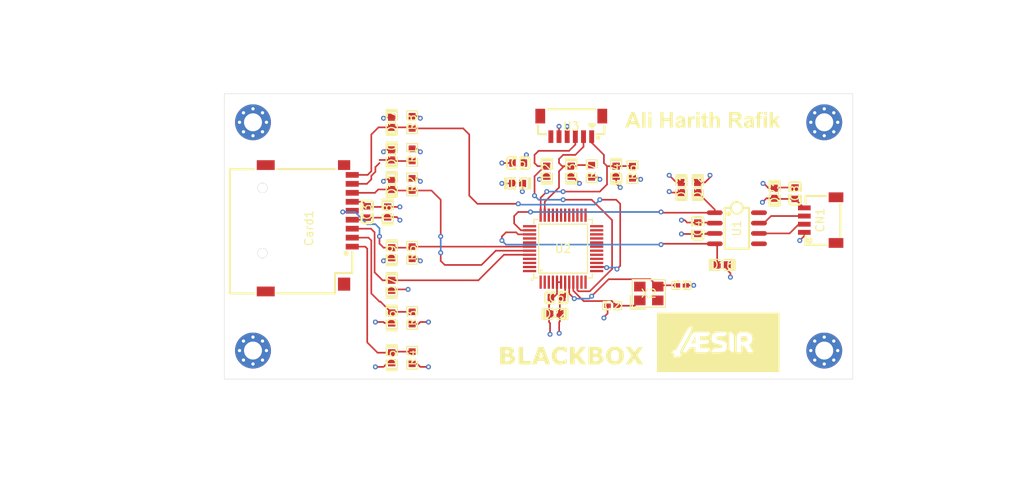
<source format=kicad_pcb>
(kicad_pcb (version 20241229) (generator "pcbnew") (generator_version "9.0")
  (layers (0 "F.Cu" signal) (4 "In1.Cu" signal) (6 "In2.Cu" signal) (2 "B.Cu" signal) (13 "F.Paste" user) (15 "B.Paste" user) (5 "F.SilkS" user "F.Silkscreen") (7 "B.SilkS" user "B.Silkscreen") (1 "F.Mask" user) (3 "B.Mask" user) (25 "Edge.Cuts" user))
  (net 0 "")
  (net 1 "Net-(U2-PF0-OSC_IN)")
  (net 2 "GND")
  (net 3 "Net-(U2-PF1-OSC_OUT)")
  (net 4 "VDD")
  (net 5 "Dat2")
  (net 7 "Dat1")
  (net 8 "CLK")
  (net 9 "CMD")
  (net 13 "Dat3")
  (net 14 "Dat0")
  (net 16 "Net-(U1-CANL)")
  (net 17 "Net-(U1-CANH)")
  (net 19 "NRST")
  (net 20 "SWDIO")
  (net 21 "SWCLK")
  (net 22 "TX")
  (net 23 "RX")
  (net 57 "CD")
  (footprint "EasyEDA:D0603-BI" (layer "F.Cu") (at 123 109.5 90)
    (property "Reference" "D7")
    (property "Value" "0603ESDA-05N" (hide yes))
  )
  (footprint "EasyEDA:D0603-BI" (layer "F.Cu") (at 123 89.5 90)
    (property "Reference" "D17")
    (property "Value" "0603ESDA-05N" (hide yes))
  )
  (footprint "LOGO" (layer "F.Cu") (at 145 118)
    (property "Reference" "G***" (hide yes))
    (property "Value" "LOGO" (hide yes))
  )
  (footprint "EasyEDA:D0603-BI" (layer "F.Cu") (at 122.5 100.5 -90)
    (property "Reference" "D8")
    (property "Value" "0603ESDA-05N" (hide yes))
  )
  (footprint "EasyEDA:TF-SMD_TF-PUSH" (layer "F.Cu") (at 112.8625 102.5 -90)
    (property "Reference" "Card1")
    (property "Value" "TF PUSH")
  )
  (footprint "EasyEDA:D0603-BI" (layer "F.Cu") (at 123 97.12 90)
    (property "Reference" "D11")
    (property "Value" "0603ESDA-05N" (hide yes))
  )
  (footprint "LOGO" (layer "F.Cu") (at 163 116.5)
    (property "Reference" "G***" (hide yes))
    (property "Value" "LOGO" (hide yes))
  )
  (footprint "EasyEDA:D0603-BI" (layer "F.Cu") (at 138.42 97)
    (property "Reference" "D1")
    (property "Value" "0603ESDA-05N" (hide yes))
  )
  (footprint "EasyEDA:D0603-BI" (layer "F.Cu") (at 123 93.5 90)
    (property "Reference" "D10")
    (property "Value" "0603ESDA-05N" (hide yes))
  )
  (footprint "MountingHole:MountingHole_2.2mm_M2_Pad_Via" (layer "F.Cu") (at 176 117.5)
    (property "Reference" "REF**" (hide yes))
    (property "Value" "MountingHole_2.2mm_M2_Pad_Via" (hide yes))
  )
  (footprint "EasyEDA:R0603" (layer "F.Cu") (at 152.5 95.62 90)
    (property "Reference" "R6")
    (property "Value" "10kΩ" (hide yes))
  )
  (footprint "MountingHole:MountingHole_2.2mm_M2_Pad_Via" (layer "F.Cu") (at 176 89.5)
    (property "Reference" "REF**" (hide yes))
    (property "Value" "MountingHole_2.2mm_M2_Pad_Via" (hide yes))
  )
  (footprint "EasyEDA:SOIC-8_L5.0-W4.0-P1.27-LS6.0-BL" (layer "F.Cu") (at 165.29 102.5 -90)
    (property "Reference" "U1")
    (property "Value" "SN65HVD232DR" (hide yes))
  )
  (footprint "EasyEDA:R0603" (layer "F.Cu") (at 147.5 95.5 90)
    (property "Reference" "R7")
    (property "Value" "10kΩ" (hide yes))
  )
  (footprint "EasyEDA:D0603-BI" (layer "F.Cu") (at 143 113 180)
    (property "Reference" "D22")
    (property "Value" "0603ESDA-05N" (hide yes))
  )
  (footprint "EasyEDA:D0603-BI" (layer "F.Cu") (at 123 118.38 90)
    (property "Reference" "D5")
    (property "Value" "0603ESDA-05N" (hide yes))
  )
  (footprint "EasyEDA:D0603-BI" (layer "F.Cu") (at 163.5 107)
    (property "Reference" "D16")
    (property "Value" "0603ESDA-05N" (hide yes))
  )
  (footprint "EasyEDA:D0603-BI" (layer "F.Cu") (at 142 95.5 90)
    (property "Reference" "D2")
    (property "Value" "0603ESDA-05N" (hide yes))
  )
  (footprint "EasyEDA:R0603" (layer "F.Cu") (at 125.5 93.5 -90)
    (property "Reference" "R1")
    (property "Value" "10kΩ" (hide yes))
  )
  (footprint "EasyEDA:R0603" (layer "F.Cu") (at 125.5 113.5 90)
    (property "Reference" "R3")
    (property "Value" "10kΩ" (hide yes))
  )
  (footprint "EasyEDA:D0603-BI" (layer "F.Cu") (at 123 105.5 90)
    (property "Reference" "D9")
    (property "Value" "0603ESDA-05N" (hide yes))
  )
  (footprint "EasyEDA:CONN-SMD_4P-P1.00_SM04B-SRSS-TB-LF-SN" (layer "F.Cu") (at 175.5 101.5 90)
    (property "Reference" "CN1")
    (property "Value" "SM04B-SRSS-TB (LF)(SN)" (hide yes))
  )
  (footprint "EasyEDA:C0603" (layer "F.Cu") (at 160.5 102.5 90)
    (property "Reference" "C4")
    (property "Value" "100nF" (hide yes))
  )
  (footprint "EasyEDA:D0603-BI" (layer "F.Cu") (at 150.5 95.5 90)
    (property "Reference" "D4")
    (property "Value" "0603ESDA-05N" (hide yes))
  )
  (footprint "EasyEDA:R0603" (layer "F.Cu") (at 125.5 97.12 -90)
    (property "Reference" "R2")
    (property "Value" "10kΩ" (hide yes))
  )
  (footprint "EasyEDA:D0603-BI" (layer "F.Cu") (at 123 113.5 90)
    (property "Reference" "D6")
    (property "Value" "0603ESDA-05N" (hide yes))
  )
  (footprint "EasyEDA:D0603-BI" (layer "F.Cu") (at 158.5 97.5 90)
    (property "Reference" "D13")
    (property "Value" "0603ESDA-05N" (hide yes))
  )
  (footprint "EasyEDA:C0603" (layer "F.Cu") (at 172.42 98.2 -90)
    (property "Reference" "C8")
    (property "Value" "100nF" (hide yes))
  )
  (footprint "EasyEDA:CONN-SMD-6P-P1.00_BM06B-SRSS-TB-LF-SN" (layer "F.Cu") (at 145 90 180)
    (property "Reference" "U3")
    (property "Value" "BM06B-SRSS-TB(LF)(SN)" (hide yes))
  )
  (footprint "EasyEDA:D0603-BI" (layer "F.Cu") (at 145 95.5 90)
    (property "Reference" "D3")
    (property "Value" "0603ESDA-05N" (hide yes))
  )
  (footprint "EasyEDA:C0603" (layer "F.Cu") (at 120 100.5 90)
    (property "Reference" "C3")
    (property "Value" "100nF" (hide yes))
  )
  (footprint "MountingHole:MountingHole_2.2mm_M2_Pad_Via" (layer "F.Cu") (at 106 117.5)
    (property "Reference" "REF**" (hide yes))
    (property "Value" "MountingHole_2.2mm_M2_Pad_Via" (hide yes))
  )
  (footprint "MountingHole:MountingHole_2.2mm_M2_Pad_Via" (layer "F.Cu") (at 106 89.5)
    (property "Reference" "REF**" (hide yes))
    (property "Value" "MountingHole_2.2mm_M2_Pad_Via" (hide yes))
  )
  (footprint "EasyEDA:CRYSTAL-SMD_4P-L3.2-W2.5-BL" (layer "F.Cu") (at 154.5 110.5)
    (property "Reference" "X2")
    (property "Value" "DSX321G-48M" (hide yes))
  )
  (footprint "EasyEDA:R0603" (layer "F.Cu") (at 125.5 105.5 90)
    (property "Reference" "R5")
    (property "Value" "10kΩ" (hide yes))
  )
  (footprint "LOGO" (layer "F.Cu") (at 161.5 89)
    (property "Reference" "G***" (hide yes))
    (property "Value" "LOGO" (hide yes))
  )
  (footprint "EasyEDA:R0603" (layer "F.Cu") (at 125.5 118.38 90)
    (property "Reference" "R4")
    (property "Value" "10kΩ" (hide yes))
  )
  (footprint "EasyEDA:C0603" (layer "F.Cu") (at 143.2 111)
    (property "Reference" "C6")
    (property "Value" "100nF" (hide yes))
  )
  (footprint "EasyEDA:R0603" (layer "F.Cu") (at 125.5 89.5 -90)
    (property "Reference" "R8")
    (property "Value" "10kΩ" (hide yes))
  )
  (footprint "EasyEDA:D0603-BI" (layer "F.Cu") (at 160.5 97.5 90)
    (property "Reference" "D12")
    (property "Value" "0603ESDA-05N" (hide yes))
  )
  (footprint "EasyEDA:C0402" (layer "F.Cu") (at 150 112)
    (property "Reference" "C2")
    (property "Value" "12pF" (hide yes))
  )
  (footprint "EasyEDA:C0603" (layer "F.Cu") (at 138.5 94.5)
    (property "Reference" "C5")
    (property "Value" "100nF" (hide yes))
  )
  (footprint "EasyEDA:D0603-BI" (layer "F.Cu") (at 169.92 98.2 -90)
    (property "Reference" "D23")
    (property "Value" "0603ESDA-05N" (hide yes))
  )
  (footprint "EasyEDA:LQFP-48_L7.0-W7.0-P0.50-LS9.0-BL_1" (layer "F.Cu") (at 144 105)
    (property "Reference" "U2")
    (property "Value" "STM32G0B1CCT6" (hide yes))
  )
  (footprint "EasyEDA:C0402" (layer "F.Cu") (at 158.5 109.5 180)
    (property "Reference" "C1")
    (property "Value" "12pF" (hide yes))
  )
  (gr_line (start 179.5 121) (end 179.5 86.5) (stroke (width 0.05)) (layer "Edge.Cuts"))
  (gr_line (start 102.5 121) (end 179.5 121) (stroke (width 0.05)) (layer "Edge.Cuts"))
  (gr_line (start 102.5 86) (end 179.5 86) (stroke (width 0.05)) (layer "Edge.Cuts"))
  (gr_line (start 179.5 86.5) (end 179.5 86) (stroke (width 0.05)) (layer "Edge.Cuts"))
  (gr_line (start 102.5 86.5) (end 102.5 121) (stroke (width 0.05)) (layer "Edge.Cuts"))
  (gr_line (start 102.5 86) (end 102.5 86.5) (stroke (width 0.05)) (layer "Edge.Cuts"))
  (segment (start 144.75 110.51053) (end 145.369735 111.130265) (width 0.2) (layer "F.Cu") (net 1))
  (segment (start 147.5 110.829) (end 149.58 108.749) (width 0.2) (layer "F.Cu") (net 1))
  (segment (start 157.95 109.5) (end 155.75 109.5) (width 0.2) (layer "F.Cu") (net 1))
  (segment (start 155.75 109.5) (end 155.6 109.65) (width 0.2) (layer "F.Cu") (net 1))
  (segment (start 154.699 108.749) (end 155.6 109.65) (width 0.2) (layer "F.Cu") (net 1))
  (segment (start 144.75 109.11) (end 144.75 110.51053) (width 0.2) (layer "F.Cu") (net 1))
  (segment (start 149.58 108.749) (end 154.699 108.749) (width 0.2) (layer "F.Cu") (net 1))
  (via (at 145.369735 111.130265) (size 0.6) (drill 0.3) (layers "F.Cu" "B.Cu") (net 1))
  (via (at 147.5 110.829) (size 0.6) (drill 0.3) (layers "F.Cu" "B.Cu") (net 1))
  (segment (start 145.369735 111.130265) (end 147.198735 111.130265) (width 0.2) (layer "B.Cu") (net 1))
  (segment (start 147.198735 111.130265) (end 147.5 110.829) (width 0.2) (layer "B.Cu") (net 1))
  (segment (start 122.38 106.12) (end 123 106.12) (width 0.2) (layer "F.Cu") (net 2))
  (segment (start 164.5 108) (end 164.12 107.62) (width 0.2) (layer "F.Cu") (net 2))
  (segment (start 118.1625 99.25) (end 119.45 99.25) (width 0.2) (layer "F.Cu") (net 2))
  (segment (start 142 96.12) (end 141.48 96.12) (width 0.2) (layer "F.Cu") (net 2))
  (segment (start 123.12 110) (end 123 110.12) (width 0.2) (layer "F.Cu") (net 2))
  (segment (start 164.12 107.62) (end 164.12 107) (width 0.2) (layer "F.Cu") (net 2))
  (segment (start 168.5 97) (end 168.6 97) (width 0.2) (layer "F.Cu") (net 2))
  (segment (start 121 114) (end 122 114) (width 0.2) (layer "F.Cu") (net 2))
  (segment (start 162 96.26) (end 161.38 96.88) (width 0.2) (layer "F.Cu") (net 2))
  (segment (start 158.9 101.5) (end 159.2 101.8) (width 0.2) (layer "F.Cu") (net 2))
  (segment (start 137.8 94.5) (end 136.5 94.5) (width 0.2) (layer "F.Cu") (net 2))
  (segment (start 123 96.5) (end 122.24 96.5) (width 0.2) (layer "F.Cu") (net 2))
  (segment (start 149 113.4) (end 149.45 112.95) (width 0.2) (layer "F.Cu") (net 2))
  (segment (start 161.38 96.88) (end 160.5 96.88) (width 0.2) (layer "F.Cu") (net 2))
  (segment (start 120.38 99.88) (end 122.5 99.88) (width 0.2) (layer "F.Cu") (net 2))
  (segment (start 120.3 99.8) (end 120.38 99.88) (width 0.2) (layer "F.Cu") (net 2))
  (segment (start 149 113.5) (end 149 113.4) (width 0.2) (layer "F.Cu") (net 2))
  (segment (start 122 114) (end 122.12 114.12) (width 0.2) (layer "F.Cu") (net 2))
  (segment (start 145.12 96.12) (end 146 97) (width 0.2) (layer "F.Cu") (net 2))
  (segment (start 164.5 108.5) (end 164.5 108) (width 0.2) (layer "F.Cu") (net 2))
  (segment (start 168.6 97) (end 169.18 97.58) (width 0.2) (layer "F.Cu") (net 2))
  (segment (start 173.56 103) (end 173.56 103.44) (width 0.2) (layer "F.Cu") (net 2))
  (segment (start 122.12 114.12) (end 123 114.12) (width 0.2) (layer "F.Cu") (net 2))
  (segment (start 143.6 113.92) (end 143.52 114) (width 0.2) (layer "F.Cu") (net 2))
  (segment (start 173.56 103.44) (end 173 104) (width 0.2) (layer "F.Cu") (net 2))
  (segment (start 162 96) (end 162 96.26) (width 0.2) (layer "F.Cu") (net 2))
  (segment (start 144.25 110.65) (end 143.9 111) (width 0.2) (layer "F.Cu") (net 2))
  (segment (start 122.12 88.88) (end 122 89) (width 0.2) (layer "F.Cu") (net 2))
  (segment (start 143.52 115.38) (end 143.52 114) (width 0.2) (layer "F.Cu") (net 2))
  (segment (start 159.05 109.5) (end 160 109.5) (width 0.2) (layer "F.Cu") (net 2))
  (segment (start 137.8 97) (end 136.5 97) (width 0.2) (layer "F.Cu") (net 2))
  (segment (start 150.5 97) (end 151 97.5) (width 0.2) (layer "F.Cu") (net 2))
  (segment (start 144.5 91.26) (end 144.5 90) (width 0.2) (layer "F.Cu") (net 2))
  (segment (start 170 97.5) (end 169.92 97.58) (width 0.2) (layer "F.Cu") (net 2))
  (segment (start 157 96) (end 157.88 96.88) (width 0.2) (layer "F.Cu") (net 2))
  (segment (start 144.25 109.11) (end 144.25 110.5) (width 0.2) (layer "F.Cu") (net 2))
  (segment (start 141.48 96.12) (end 141.1 96.5) (width 0.2) (layer "F.Cu") (net 2))
  (segment (start 124 99.88) (end 122.5 99.88) (width 0.2) (layer "F.Cu") (net 2))
  (segment (start 122 106.5) (end 122.38 106.12) (width 0.2) (layer "F.Cu") (net 2))
  (segment (start 144.25 110.5) (end 144.25 110.95) (width 0.2) (layer "F.Cu") (net 2))
  (segment (start 122 119.5) (end 122.5 119) (width 0.2) (layer "F.Cu") (net 2))
  (segment (start 119.45 99.25) (end 120 99.8) (width 0.2) (layer "F.Cu") (net 2))
  (segment (start 160.5 101.8) (end 162.51 101.8) (width 0.2) (layer "F.Cu") (net 2))
  (segment (start 150.5 96.12) (end 150.5 97) (width 0.2) (layer "F.Cu") (net 2))
  (segment (start 143.6 111) (end 143.6 113.92) (width 0.2) (layer "F.Cu") (net 2))
  (segment (start 122.24 96.5) (end 122 96.74) (width 0.2) (layer "F.Cu") (net 2))
  (segment (start 120 99.8) (end 120.3 99.8) (width 0.2) (layer "F.Cu") (net 2))
  (segment (start 122.5 119) (end 123 119) (width 0.2) (layer "F.Cu") (net 2))
  (segment (start 144.25 110.5) (end 144.25 110.65) (width 0.2) (layer "F.Cu") (net 2))
  (segment (start 162.51 101.8) (end 162.58 101.87) (width 0.2) (layer "F.Cu") (net 2))
  (segment (start 121 119.5) (end 122 119.5) (width 0.2) (layer "F.Cu") (net 2))
  (segment (start 157.88 96.88) (end 158.5 96.88) (width 0.2) (layer "F.Cu") (net 2))
  (segment (start 158.5 101.5) (end 158.9 101.5) (width 0.2) (layer "F.Cu") (net 2))
  (segment (start 144.25 110.95) (end 144.2 111) (width 0.2) (layer "F.Cu") (net 2))
  (segment (start 122.24 92.88) (end 122 93.12) (width 0.2) (layer "F.Cu") (net 2))
  (segment (start 169.18 97.58) (end 169.92 97.58) (width 0.2) (layer "F.Cu") (net 2))
  (segment (start 159.2 101.8) (end 160 101.8) (width 0.2) (layer "F.Cu") (net 2))
  (segment (start 149.45 112.95) (end 149.45 112) (width 0.2) (layer "F.Cu") (net 2))
  (segment (start 172.42 97.5) (end 170 97.5) (width 0.2) (layer "F.Cu") (net 2))
  (segment (start 145 96.12) (end 145.12 96.12) (width 0.2) (layer "F.Cu") (net 2))
  (segment (start 125 110) (end 123.12 110) (width 0.2) (layer "F.Cu") (net 2))
  (segment (start 123 92.88) (end 122.24 92.88) (width 0.2) (layer "F.Cu") (net 2))
  (segment (start 123 88.88) (end 122.12 88.88) (width 0.2) (layer "F.Cu") (net 2))
  (via (at 122 89) (size 0.6) (drill 0.3) (layers "F.Cu" "B.Cu") (net 2))
  (via (at 143.52 115.38) (size 0.6) (drill 0.3) (layers "F.Cu" "B.Cu") (net 2))
  (via (at 136.5 94.5) (size 0.6) (drill 0.3) (layers "F.Cu" "B.Cu") (net 2))
  (via (at 160 109.5) (size 0.6) (drill 0.3) (layers "F.Cu" "B.Cu") (net 2))
  (via (at 122 93.12) (size 0.6) (drill 0.3) (layers "F.Cu" "B.Cu") (net 2))
  (via (at 121 114) (size 0.6) (drill 0.3) (layers "F.Cu" "B.Cu") (net 2))
  (via (at 173 104) (size 0.6) (drill 0.3) (layers "F.Cu" "B.Cu") (net 2))
  (via (at 124 99.88) (size 0.6) (drill 0.3) (layers "F.Cu" "B.Cu") (net 2))
  (via (at 157 96) (size 0.6) (drill 0.3) (layers "F.Cu" "B.Cu") (net 2))
  (via (at 141.1 96.5) (size 0.6) (drill 0.3) (layers "F.Cu" "B.Cu") (net 2))
  (via (at 122 106.5) (size 0.6) (drill 0.3) (layers "F.Cu" "B.Cu") (net 2))
  (via (at 158.5 101.5) (size 0.6) (drill 0.3) (layers "F.Cu" "B.Cu") (net 2))
  (via (at 121 119.5) (size 0.6) (drill 0.3) (layers "F.Cu" "B.Cu") (net 2))
  (via (at 146 97) (size 0.6) (drill 0.3) (layers "F.Cu" "B.Cu") (net 2))
  (via (at 151 97.5) (size 0.6) (drill 0.3) (layers "F.Cu" "B.Cu") (net 2))
  (via (at 149 113.5) (size 0.6) (drill 0.3) (layers "F.Cu" "B.Cu") (net 2))
  (via (at 164.5 108.5) (size 0.6) (drill 0.3) (layers "F.Cu" "B.Cu") (net 2))
  (via (at 162 96) (size 0.6) (drill 0.3) (layers "F.Cu" "B.Cu") (net 2))
  (via (at 125 110) (size 0.6) (drill 0.3) (layers "F.Cu" "B.Cu") (net 2))
  (via (at 168.5 97) (size 0.6) (drill 0.3) (layers "F.Cu" "B.Cu") (net 2))
  (via (at 144.5 90) (size 0.6) (drill 0.3) (layers "F.Cu" "B.Cu") (net 2))
  (via (at 122 96.74) (size 0.6) (drill 0.3) (layers "F.Cu" "B.Cu") (net 2))
  (via (at 136.5 97) (size 0.6) (drill 0.3) (layers "F.Cu" "B.Cu") (net 2))
  (segment (start 152.75 112) (end 153.4 111.35) (width 0.2) (layer "F.Cu") (net 3))
  (segment (start 146.517 111.429) (end 149.979 111.429) (width 0.2) (layer "F.Cu") (net 3))
  (segment (start 149.979 111.429) (end 150.55 112) (width 0.2) (layer "F.Cu") (net 3))
  (segment (start 145.25 109.11) (end 145.25 110.162) (width 0.2) (layer "F.Cu") (net 3))
  (segment (start 145.25 110.162) (end 146.517 111.429) (width 0.2) (layer "F.Cu") (net 3))
  (segment (start 150.55 112) (end 152.75 112) (width 0.2) (layer "F.Cu") (net 3))
  (segment (start 125.5 92.75) (end 126.13 92.75) (width 0.2) (layer "F.Cu") (net 4))
  (segment (start 126.5 114) (end 126.25 114.25) (width 0.2) (layer "F.Cu") (net 4))
  (segment (start 125.5 96.37) (end 126.13 96.37) (width 0.2) (layer "F.Cu") (net 4))
  (segment (start 142.5 111.66) (end 142.28 111.88) (width 0.2) (layer "F.Cu") (net 4))
  (segment (start 173.56 100) (end 173.52 100) (width 0.2) (layer "F.Cu") (net 4))
  (segment (start 161.5 103.13) (end 162.58 103.13) (width 0.2) (layer "F.Cu") (net 4))
  (segment (start 120 101.2) (end 122.42 101.2) (width 0.2) (layer "F.Cu") (net 4))
  (segment (start 139.2 93.8) (end 139.5 93.5) (width 0.2) (layer "F.Cu") (net 4))
  (segment (start 126.25 106.25) (end 126.5 106.5) (width 0.2) (layer "F.Cu") (net 4))
  (segment (start 139.2 94.5) (end 139.2 93.8) (width 0.2) (layer "F.Cu") (net 4))
  (segment (start 173.52 100) (end 172.42 98.9) (width 0.2) (layer "F.Cu") (net 4))
  (segment (start 126.25 114.25) (end 125.5 114.25) (width 0.2) (layer "F.Cu") (net 4))
  (segment (start 158.5 98.12) (end 157.12 98.12) (width 0.2) (layer "F.Cu") (net 4))
  (segment (start 162.51 103.2) (end 162.58 103.13) (width 0.2) (layer "F.Cu") (net 4))
  (segment (start 127.5 114) (end 126.5 114) (width 0.2) (layer "F.Cu") (net 4))
  (segment (start 152.5 96.37) (end 153.37 96.37) (width 0.2) (layer "F.Cu") (net 4))
  (segment (start 143.75 109.11) (end 143.25 109.11) (width 0.2) (layer "F.Cu") (net 4))
  (segment (start 139.04 97) (end 139.04 97.96) (width 0.2) (layer "F.Cu") (net 4))
  (segment (start 170 98.9) (end 169.92 98.82) (width 0.2) (layer "F.Cu") (net 4))
  (segment (start 126.5 119.5) (end 126.13 119.13) (width 0.2) (layer "F.Cu") (net 4))
  (segment (start 126.13 96.37) (end 126.5 96.74) (width 0.2) (layer "F.Cu") (net 4))
  (segment (start 127.5 119.5) (end 126.5 119.5) (width 0.2) (layer "F.Cu") (net 4))
  (segment (start 120 101.2) (end 120 101.5) (width 0.2) (layer "F.Cu") (net 4))
  (segment (start 168.92 98.82) (end 168.42 99.32) (width 0.2) (layer "F.Cu") (net 4))
  (segment (start 126.13 92.75) (end 126.5 93.12) (width 0.2) (layer "F.Cu") (net 4))
  (segment (start 139.04 97.96) (end 139 98) (width 0.2) (layer "F.Cu") (net 4))
  (segment (start 126.13 119.13) (end 125.5 119.13) (width 0.2) (layer "F.Cu") (net 4))
  (segment (start 142.5 111) (end 142.8 111) (width 0.2) (layer "F.Cu") (net 4))
  (segment (start 169.92 98.82) (end 168.92 98.82) (width 0.2) (layer "F.Cu") (net 4))
  (segment (start 143.25 110.55) (end 143.25 109.11) (width 0.2) (layer "F.Cu") (net 4))
  (segment (start 147.5 96.25) (end 148.25 96.25) (width 0.2) (layer "F.Cu") (net 4))
  (segment (start 157.12 98.12) (end 157 98) (width 0.2) (layer "F.Cu") (net 4))
  (segment (start 158.5 103.2) (end 160.5 103.2) (width 0.2) (layer "F.Cu") (net 4))
  (segment (start 142.4 114.12) (end 142.4 115.5) (width 0.2) (layer "F.Cu") (net 4))
  (segment (start 119.75 101.45) (end 120 101.2) (width 0.2) (layer "F.Cu") (net 4))
  (segment (start 126.25 88.75) (end 126.5 89) (width 0.2) (layer "F.Cu") (net 4))
  (segment (start 123.62 101.12) (end 122.5 101.12) (width 0.2) (layer "F.Cu") (net 4))
  (segment (start 160.5 103.2) (end 162.51 103.2) (width 0.2) (layer "F.Cu") (net 4))
  (segment (start 142.8 111) (end 143.25 110.55) (width 0.2) (layer "F.Cu") (net 4))
  (segment (start 143.5 91.26) (end 143.5 90) (width 0.2) (layer "F.Cu") (net 4))
  (segment (start 118.1625 101.45) (end 119.75 101.45) (width 0.2) (layer "F.Cu") (net 4))
  (segment (start 148.25 96.25) (end 148.5 96.5) (width 0.2) (layer "F.Cu") (net 4))
  (segment (start 125.5 88.75) (end 126.25 88.75) (width 0.2) (layer "F.Cu") (net 4))
  (segment (start 142.28 111.88) (end 142.28 114) (width 0.2) (layer "F.Cu") (net 4))
  (segment (start 153.37 96.37) (end 153.5 96.5) (width 0.2) (layer "F.Cu") (net 4))
  (segment (start 125.5 106.25) (end 126.25 106.25) (width 0.2) (layer "F.Cu") (net 4))
  (segment (start 124 101.5) (end 123.62 101.12) (width 0.2) (layer "F.Cu") (net 4))
  (segment (start 142.5 110.7) (end 142.5 111.66) (width 0.2) (layer "F.Cu") (net 4))
  (segment (start 142.28 114) (end 142.4 114.12) (width 0.2) (layer "F.Cu") (net 4))
  (segment (start 172.42 98.9) (end 170 98.9) (width 0.2) (layer "F.Cu") (net 4))
  (segment (start 122.42 101.2) (end 122.5 101.12) (width 0.2) (layer "F.Cu") (net 4))
  (via (at 153.5 96.5) (size 0.6) (drill 0.3) (layers "F.Cu" "B.Cu") (net 4))
  (via (at 127.5 114) (size 0.6) (drill 0.3) (layers "F.Cu" "B.Cu") (net 4))
  (via (at 158.5 103.2) (size 0.6) (drill 0.3) (layers "F.Cu" "B.Cu") (net 4))
  (via (at 126.5 89) (size 0.6) (drill 0.3) (layers "F.Cu" "B.Cu") (net 4))
  (via (at 127.5 119.5) (size 0.6) (drill 0.3) (layers "F.Cu" "B.Cu") (net 4))
  (via (at 143.5 90) (size 0.6) (drill 0.3) (layers "F.Cu" "B.Cu") (net 4))
  (via (at 139 98) (size 0.6) (drill 0.3) (layers "F.Cu" "B.Cu") (net 4))
  (via (at 142.4 115.5) (size 0.6) (drill 0.3) (layers "F.Cu" "B.Cu") (net 4))
  (via (at 124 101.5) (size 0.6) (drill 0.3) (layers "F.Cu" "B.Cu") (net 4))
  (via (at 126.5 93.12) (size 0.6) (drill 0.3) (layers "F.Cu" "B.Cu") (net 4))
  (via (at 126.5 106.5) (size 0.6) (drill 0.3) (layers "F.Cu" "B.Cu") (net 4))
  (via (at 148.5 96.5) (size 0.6) (drill 0.3) (layers "F.Cu" "B.Cu") (net 4))
  (via (at 157 98) (size 0.6) (drill 0.3) (layers "F.Cu" "B.Cu") (net 4))
  (via (at 126.5 96.74) (size 0.6) (drill 0.3) (layers "F.Cu" "B.Cu") (net 4))
  (via (at 139.5 93.5) (size 0.6) (drill 0.3) (layers "F.Cu" "B.Cu") (net 4))
  (via (at 168.42 99.32) (size 0.6) (drill 0.3) (layers "F.Cu" "B.Cu") (net 4))
  (segment (start 121.26 117.76) (end 120 116.5) (width 0.2) (layer "F.Cu") (net 5))
  (segment (start 120 105) (end 119.75 104.75) (width 0.2) (layer "F.Cu") (net 5))
  (segment (start 123 117.76) (end 121.26 117.76) (width 0.2) (layer "F.Cu") (net 5))
  (segment (start 125.5 117.63) (end 123.13 117.63) (width 0.2) (layer "F.Cu") (net 5))
  (segment (start 123.13 117.63) (end 123 117.76) (width 0.2) (layer "F.Cu") (net 5))
  (segment (start 120 116.5) (end 120 105) (width 0.2) (layer "F.Cu") (net 5))
  (segment (start 119.75 104.75) (end 118.1625 104.75) (width 0.2) (layer "F.Cu") (net 5))
  (segment (start 121 95) (end 121.5 94.5) (width 0.2) (layer "F.Cu") (net 7))
  (segment (start 118.1625 97.05) (end 119.95 97.05) (width 0.2) (layer "F.Cu") (net 7))
  (segment (start 120.5 96.5) (end 120.5 96.0671) (width 0.2) (layer "F.Cu") (net 7))
  (segment (start 123.13 94.25) (end 123 94.12) (width 0.2) (layer "F.Cu") (net 7))
  (segment (start 121.5 94.12) (end 123 94.12) (width 0.2) (layer "F.Cu") (net 7))
  (segment (start 119.95 97.05) (end 120.5 96.5) (width 0.2) (layer "F.Cu") (net 7))
  (segment (start 125.5 94.25) (end 123.13 94.25) (width 0.2) (layer "F.Cu") (net 7))
  (segment (start 120.5 96.0671) (end 121 95.5671) (width 0.2) (layer "F.Cu") (net 7))
  (segment (start 121 95.5671) (end 121 95) (width 0.2) (layer "F.Cu") (net 7))
  (segment (start 118.0125 100.5) (end 118.1625 100.35) (width 0.2) (layer "F.Cu") (net 8))
  (segment (start 123 104.88) (end 125.37 104.88) (width 0.2) (layer "F.Cu") (net 8))
  (segment (start 122 104.88) (end 123 104.88) (width 0.2) (layer "F.Cu") (net 8))
  (segment (start 125.5 104.75) (end 139.89 104.75) (width 0.2) (layer "F.Cu") (net 8))
  (segment (start 121.5 104.38) (end 122 104.88) (width 0.2) (layer "F.Cu") (net 8))
  (segment (start 121.5 103.5) (end 121.5 104.38) (width 0.2) (layer "F.Cu") (net 8))
  (segment (start 117 100.5) (end 118.0125 100.5) (width 0.2) (layer "F.Cu") (net 8))
  (segment (start 125.37 104.88) (end 125.5 104.75) (width 0.2) (layer "F.Cu") (net 8))
  (via (at 117 100.5) (size 0.6) (drill 0.3) (layers "F.Cu" "B.Cu") (net 8))
  (via (at 121.5 103.5) (size 0.6) (drill 0.3) (layers "F.Cu" "B.Cu") (net 8))
  (segment (start 117 100.5) (end 118.5 100.5) (width 0.2) (layer "B.Cu") (net 8))
  (segment (start 121 102) (end 121.5 102.5) (width 0.2) (layer "B.Cu") (net 8))
  (segment (start 120 102) (end 121 102) (width 0.2) (layer "B.Cu") (net 8))
  (segment (start 118.5 100.5) (end 120 102) (width 0.2) (layer "B.Cu") (net 8))
  (segment (start 121.5 102.5) (end 121.5 103.5) (width 0.2) (layer "B.Cu") (net 8))
  (segment (start 120.9 107.9) (end 121.88 108.88) (width 0.2) (layer "F.Cu") (net 9))
  (segment (start 133.62 108.88) (end 123 108.88) (width 0.2) (layer "F.Cu") (net 9))
  (segment (start 120.9 103) (end 120.9 107.9) (width 0.2) (layer "F.Cu") (net 9))
  (segment (start 121.88 108.88) (end 123 108.88) (width 0.2) (layer "F.Cu") (net 9))
  (segment (start 118.1625 102.55) (end 120.45 102.55) (width 0.2) (layer "F.Cu") (net 9))
  (segment (start 139.89 105.75) (end 136.75 105.75) (width 0.2) (layer "F.Cu") (net 9))
  (segment (start 136.75 105.75) (end 133.62 108.88) (width 0.2) (layer "F.Cu") (net 9))
  (segment (start 120.45 102.55) (end 120.9 103) (width 0.2) (layer "F.Cu") (net 9))
  (segment (start 121.62 111.5) (end 123 112.88) (width 0.2) (layer "F.Cu") (net 13))
  (segment (start 120.15 103.65) (end 120.5 104) (width 0.2) (layer "F.Cu") (net 13))
  (segment (start 125.5 112.75) (end 123.13 112.75) (width 0.2) (layer "F.Cu") (net 13))
  (segment (start 120.5 104) (end 120.5 110.5) (width 0.2) (layer "F.Cu") (net 13))
  (segment (start 123.13 112.75) (end 123 112.88) (width 0.2) (layer "F.Cu") (net 13))
  (segment (start 118.1625 103.65) (end 120.15 103.65) (width 0.2) (layer "F.Cu") (net 13))
  (segment (start 121.5 111.5) (end 121.62 111.5) (width 0.2) (layer "F.Cu") (net 13))
  (segment (start 120.5 110.5) (end 121.5 111.5) (width 0.2) (layer "F.Cu") (net 13))
  (segment (start 125.5 97.87) (end 127.87 97.87) (width 0.2) (layer "F.Cu") (net 14))
  (segment (start 118.1625 98.15) (end 120.94 98.15) (width 0.2) (layer "F.Cu") (net 14))
  (segment (start 123.5 97.74) (end 123.63 97.87) (width 0.2) (layer "F.Cu") (net 14))
  (segment (start 123.63 97.87) (end 125.5 97.87) (width 0.2) (layer "F.Cu") (net 14))
  (segment (start 127.87 97.87) (end 129 99) (width 0.2) (layer "F.Cu") (net 14))
  (segment (start 129 106.5) (end 129.5 107) (width 0.2) (layer "F.Cu") (net 14))
  (segment (start 129 99) (end 129 103.5) (width 0.2) (layer "F.Cu") (net 14))
  (segment (start 123 97.74) (end 123.5 97.74) (width 0.2) (layer "F.Cu") (net 14))
  (segment (start 134 107) (end 135.75 105.25) (width 0.2) (layer "F.Cu") (net 14))
  (segment (start 129 105.5) (end 129 106.5) (width 0.2) (layer "F.Cu") (net 14))
  (segment (start 120.94 98.15) (end 121.35 97.74) (width 0.2) (layer "F.Cu") (net 14))
  (segment (start 129.5 107) (end 134 107) (width 0.2) (layer "F.Cu") (net 14))
  (segment (start 121.35 97.74) (end 123 97.74) (width 0.2) (layer "F.Cu") (net 14))
  (segment (start 135.75 105.25) (end 139.89 105.25) (width 0.2) (layer "F.Cu") (net 14))
  (via (at 129 105.5) (size 0.6) (drill 0.3) (layers "F.Cu" "B.Cu") (net 14))
  (via (at 129 103.5) (size 0.6) (drill 0.3) (layers "F.Cu" "B.Cu") (net 14))
  (segment (start 129 103.5) (end 129 105.5) (width 0.2) (layer "B.Cu") (net 14))
  (segment (start 168 103.13) (end 171.753 103.13) (width 0.2) (layer "F.Cu") (net 16))
  (segment (start 172.883 102) (end 173.56 102) (width 0.2) (layer "F.Cu") (net 16))
  (segment (start 171.753 103.13) (end 172.883 102) (width 0.2) (layer "F.Cu") (net 16))
  (segment (start 169.475 101) (end 173.56 101) (width 0.2) (layer "F.Cu") (net 17))
  (segment (start 168 101.87) (end 168.605 101.87) (width 0.2) (layer "F.Cu") (net 17))
  (segment (start 168.605 101.87) (end 169.475 101) (width 0.2) (layer "F.Cu") (net 17))
  (segment (start 145.8831 110.228) (end 145.75 110.0949) (width 0.2) (layer "F.Cu") (net 19))
  (segment (start 144 99) (end 147.5 99) (width 0.2) (layer "F.Cu") (net 19))
  (segment (start 142 94.88) (end 140.88 94.88) (width 0.2) (layer "F.Cu") (net 19))
  (segment (start 147.272 110.228) (end 145.8831 110.228) (width 0.2) (layer "F.Cu") (net 19))
  (segment (start 141 93) (end 144.735 93) (width 0.2) (layer "F.Cu") (net 19))
  (segment (start 140.5 94.5) (end 140.5 93.5) (width 0.2) (layer "F.Cu") (net 19))
  (segment (start 140.5 96.128) (end 140.5 98.5) (width 0.2) (layer "F.Cu") (net 19))
  (segment (start 145.5 92.235) (end 145.5 91.26) (width 0.2) (layer "F.Cu") (net 19))
  (segment (start 144.735 93) (end 145.5 92.235) (width 0.2) (layer "F.Cu") (net 19))
  (segment (start 147.5 99) (end 150 101.5) (width 0.2) (layer "F.Cu") (net 19))
  (segment (start 150 101.5) (end 150 107.5) (width 0.2) (layer "F.Cu") (net 19))
  (segment (start 142 94.88) (end 141.748 94.88) (width 0.2) (layer "F.Cu") (net 19))
  (segment (start 150 107.5) (end 147.272 110.228) (width 0.2) (layer "F.Cu") (net 19))
  (segment (start 145.75 110.0949) (end 145.75 109.11) (width 0.2) (layer "F.Cu") (net 19))
  (segment (start 140.88 94.88) (end 140.5 94.5) (width 0.2) (layer "F.Cu") (net 19))
  (segment (start 141.748 94.88) (end 140.5 96.128) (width 0.2) (layer "F.Cu") (net 19))
  (segment (start 140.5 93.5) (end 141 93) (width 0.2) (layer "F.Cu") (net 19))
  (via (at 144 99) (size 0.6) (drill 0.3) (layers "F.Cu" "B.Cu") (net 19))
  (via (at 140.5 98.5) (size 0.6) (drill 0.3) (layers "F.Cu" "B.Cu") (net 19))
  (segment (start 140.5 98.5) (end 141 99) (width 0.2) (layer "B.Cu") (net 19))
  (segment (start 141 99) (end 144 99) (width 0.2) (layer "B.Cu") (net 19))
  (segment (start 145.75 94.75) (end 147.5 94.75) (width 0.2) (layer "F.Cu") (net 20))
  (segment (start 143.88 94.88) (end 143.5 94.5) (width 0.2) (layer "F.Cu") (net 20))
  (segment (start 145.5 93.5) (end 146.5 92.5) (width 0.2) (layer "F.Cu") (net 20))
  (segment (start 145 94.88) (end 145.62 94.88) (width 0.2) (layer "F.Cu") (net 20))
  (segment (start 141.75 99.25) (end 141.75 100.89) (width 0.2) (layer "F.Cu") (net 20))
  (segment (start 145 94.88) (end 144.12 94.88) (width 0.2) (layer "F.Cu") (net 20))
  (segment (start 143.5 94.5) (end 143.5 94) (width 0.2) (layer "F.Cu") (net 20))
  (segment (start 146.5 92.5) (end 146.5 91.26) (width 0.2) (layer "F.Cu") (net 20))
  (segment (start 144 93.5) (end 145.5 93.5) (width 0.2) (layer "F.Cu") (net 20))
  (segment (start 144.12 94.88) (end 143.88 94.88) (width 0.2) (layer "F.Cu") (net 20))
  (segment (start 145.62 94.88) (end 145.75 94.75) (width 0.2) (layer "F.Cu") (net 20))
  (segment (start 144.12 94.88) (end 143.5 95.5) (width 0.2) (layer "F.Cu") (net 20))
  (segment (start 143.5 95.5) (end 143.5 97.5) (width 0.2) (layer "F.Cu") (net 20))
  (segment (start 143.5 97.5) (end 141.75 99.25) (width 0.2) (layer "F.Cu") (net 20))
  (segment (start 143.5 94) (end 144 93.5) (width 0.2) (layer "F.Cu") (net 20))
  (segment (start 149.38 94.88) (end 149.38 97.12) (width 0.2) (layer "F.Cu") (net 21))
  (segment (start 149.38 97.12) (end 148.5 98) (width 0.2) (layer "F.Cu") (net 21))
  (segment (start 148.5 98) (end 144 98) (width 0.2) (layer "F.Cu") (net 21))
  (segment (start 147.5 92) (end 147.5 91.26) (width 0.2) (layer "F.Cu") (net 21))
  (segment (start 150.51 94.87) (end 150.5 94.88) (width 0.2) (layer "F.Cu") (net 21))
  (segment (start 141.25 98.75) (end 141.25 100.89) (width 0.2) (layer "F.Cu") (net 21))
  (segment (start 142 98) (end 141.25 98.75) (width 0.2) (layer "F.Cu") (net 21))
  (segment (start 149 94.5) (end 149 93.5) (width 0.2) (layer "F.Cu") (net 21))
  (segment (start 150.5 94.88) (end 149.38 94.88) (width 0.2) (layer "F.Cu") (net 21))
  (segment (start 149.38 94.88) (end 149 94.5) (width 0.2) (layer "F.Cu") (net 21))
  (segment (start 149 93.5) (end 147.5 92) (width 0.2) (layer "F.Cu") (net 21))
  (segment (start 152.5 94.87) (end 150.51 94.87) (width 0.2) (layer "F.Cu") (net 21))
  (via (at 142 98) (size 0.6) (drill 0.3) (layers "F.Cu" "B.Cu") (net 21))
  (via (at 144 98) (size 0.6) (drill 0.3) (layers "F.Cu" "B.Cu") (net 21))
  (segment (start 144 98) (end 142 98) (width 0.2) (layer "B.Cu") (net 21))
  (segment (start 162.58 100.59) (end 162.58 100.2) (width 0.2) (layer "F.Cu") (net 22))
  (segment (start 162.58 100.2) (end 160.5 98.12) (width 0.2) (layer "F.Cu") (net 22))
  (segment (start 140 100.5) (end 138.5 100.5) (width 0.2) (layer "F.Cu") (net 22))
  (segment (start 156.09 100.59) (end 156 100.5) (width 0.2) (layer "F.Cu") (net 22))
  (segment (start 138 101.912) (end 138.838 102.75) (width 0.2) (layer "F.Cu") (net 22))
  (segment (start 138 101) (end 138 101.912) (width 0.2) (layer "F.Cu") (net 22))
  (segment (start 138.838 102.75) (end 139.89 102.75) (width 0.2) (layer "F.Cu") (net 22))
  (segment (start 138.5 100.5) (end 138 101) (width 0.2) (layer "F.Cu") (net 22))
  (segment (start 162.58 100.59) (end 156.09 100.59) (width 0.2) (layer "F.Cu") (net 22))
  (via (at 156 100.5) (size 0.6) (drill 0.3) (layers "F.Cu" "B.Cu") (net 22))
  (via (at 140 100.5) (size 0.6) (drill 0.3) (layers "F.Cu" "B.Cu") (net 22))
  (segment (start 156 100.5) (end 140 100.5) (width 0.2) (layer "B.Cu") (net 22))
  (segment (start 162.58 104.4) (end 156.1 104.4) (width 0.2) (layer "F.Cu") (net 23))
  (segment (start 136.5 104) (end 136.5 103.5) (width 0.2) (layer "F.Cu") (net 23))
  (segment (start 136.5 103.5) (end 137 103) (width 0.2) (layer "F.Cu") (net 23))
  (segment (start 162.88 104.7) (end 162.58 104.4) (width 0.2) (layer "F.Cu") (net 23))
  (segment (start 137 103) (end 138.25 103) (width 0.2) (layer "F.Cu") (net 23))
  (segment (start 162.88 107) (end 162.88 104.7) (width 0.2) (layer "F.Cu") (net 23))
  (segment (start 156.1 104.4) (end 156 104.5) (width 0.2) (layer "F.Cu") (net 23))
  (segment (start 138.25 103) (end 138.5 103.25) (width 0.2) (layer "F.Cu") (net 23))
  (segment (start 138.5 103.25) (end 139.89 103.25) (width 0.2) (layer "F.Cu") (net 23))
  (via (at 136.5 104) (size 0.6) (drill 0.3) (layers "F.Cu" "B.Cu") (net 23))
  (via (at 156 104.5) (size 0.6) (drill 0.3) (layers "F.Cu" "B.Cu") (net 23))
  (segment (start 137.35 104.5) (end 137 104.5) (width 0.2) (layer "B.Cu") (net 23))
  (segment (start 137 104.5) (end 136.5 104) (width 0.2) (layer "B.Cu") (net 23))
  (segment (start 137.35 104.5) (end 156 104.5) (width 0.2) (layer "B.Cu") (net 23))
  (segment (start 131.75 90.25) (end 125.5 90.25) (width 0.2) (layer "F.Cu") (net 57))
  (segment (start 132.5 91) (end 131.75 90.25) (width 0.2) (layer "F.Cu") (net 57))
  (segment (start 150.6 107.5) (end 151 107.1) (width 0.2) (layer "F.Cu") (net 57))
  (segment (start 120.5 95.5) (end 120.05 95.95) (width 0.2) (layer "F.Cu") (net 57))
  (segment (start 151 107.1) (end 151 99.5) (width 0.2) (layer "F.Cu") (net 57))
  (segment (start 132.5 98.5) (end 132.5 91) (width 0.2) (layer "F.Cu") (net 57))
  (segment (start 123 90.12) (end 125.37 90.12) (width 0.2) (layer "F.Cu") (net 57))
  (segment (start 138.5 99.5) (end 133.5 99.5) (width 0.2) (layer "F.Cu") (net 57))
  (segment (start 149.256595 107.25) (end 149.329033 107.322438) (width 0.2) (layer "F.Cu") (net 57))
  (segment (start 120.05 95.95) (end 118.1625 95.95) (width 0.2) (layer "F.Cu") (net 57))
  (segment (start 151 99.5) (end 150.5 99) (width 0.2) (layer "F.Cu") (net 57))
  (segment (start 121.38 90.12) (end 120.5 91) (width 0.2) (layer "F.Cu") (net 57))
  (segment (start 120.5 91) (end 120.5 95.5) (width 0.2) (layer "F.Cu") (net 57))
  (segment (start 148.11 107.25) (end 149.256595 107.25) (width 0.2) (layer "F.Cu") (net 57))
  (segment (start 150.5 99) (end 148.5 99) (width 0.2) (layer "F.Cu") (net 57))
  (segment (start 123 90.12) (end 121.38 90.12) (width 0.2) (layer "F.Cu") (net 57))
  (segment (start 125.37 90.12) (end 125.5 90.25) (width 0.2) (layer "F.Cu") (net 57))
  (segment (start 133.5 99.5) (end 132.5 98.5) (width 0.2) (layer "F.Cu") (net 57))
  (via (at 148.5 99) (size 0.6) (drill 0.3) (layers "F.Cu" "B.Cu") (net 57))
  (via (at 138.5 99.5) (size 0.6) (drill 0.3) (layers "F.Cu" "B.Cu") (net 57))
  (via (at 149.329033 107.322438) (size 0.6) (drill 0.3) (layers "F.Cu" "B.Cu") (net 57))
  (via (at 150.6 107.5) (size 0.6) (drill 0.3) (layers "F.Cu" "B.Cu") (net 57))
  (segment (start 138.601 99.601) (end 138.5 99.5) (width 0.2) (layer "B.Cu") (net 57))
  (segment (start 149.329033 107.322438) (end 150.422438 107.322438) (width 0.2) (layer "B.Cu") (net 57))
  (segment (start 150.422438 107.322438) (end 150.6 107.5) (width 0.2) (layer "B.Cu") (net 57))
  (segment (start 148.5 99) (end 147.899 99.601) (width 0.2) (layer "B.Cu") (net 57))
  (segment (start 147.899 99.601) (end 138.601 99.601) (width 0.2) (layer "B.Cu") (net 57))
)
</source>
